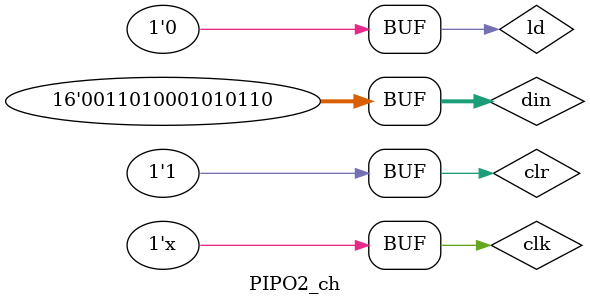
<source format=v>
`timescale 1ns / 1ps


module PIPO2_ch;

	// Inputs
	reg [15:0] din;
	reg clr;
	reg ld;
	reg clk;

	// Outputs
	wire [15:0] dout;

	// Instantiate the Unit Under Test (UUT)
	PIPO2 uut (
		.dout(dout), 
		.din(din), 
		.clr(clr), 
		.ld(ld), 
		.clk(clk)
	);

	initial begin
		// Initialize Inputs
		din = 16'h3454;
		clr = 0;
		ld = 0;
		clk = 0;

		// Wait 100 ns for global reset to finish
		#150;
		
		ld=1;
		
		#200;
		ld=0;
		#400;
		din = 16'h3456;
		ld=1;
		#200;
		ld=0;    
		
		#400;
		clr=1;
		// Add stimulus here

	end
   

		always #100 clk=~clk;
endmodule


</source>
